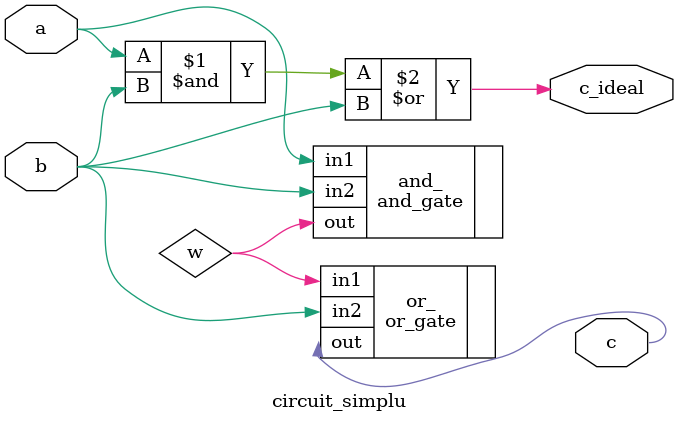
<source format=v>
/* 
Vom creea urmatorul circuit, ca mai jos:
      _________________            _____________________
a----|>in1             |          |                     |
     |  [and_gate] out>|-- w -----|>in1                 |
b-|--|>in2             |          |                     |
  |  |_________________|          |     [or_gate]   out>|---c
  |                               |                     |
  |-------------------------------|>in2                 |
                                  |_____________________|
                                  
Intr-o lume ideala, rezultatul expresiei ar fi: c = (a & b) | b

*/




module circuit_simplu(
                      input a, b,
                      output c, c_ideal
                      );
                      
    wire w;
                      
    and_gate and_ (.in1(a), .in2(b), .out(w));
    or_gate or_ (.in1(w), .in2(b), .out(c));
    assign c_ideal = (a & b) | b;
  
  
endmodule

</source>
